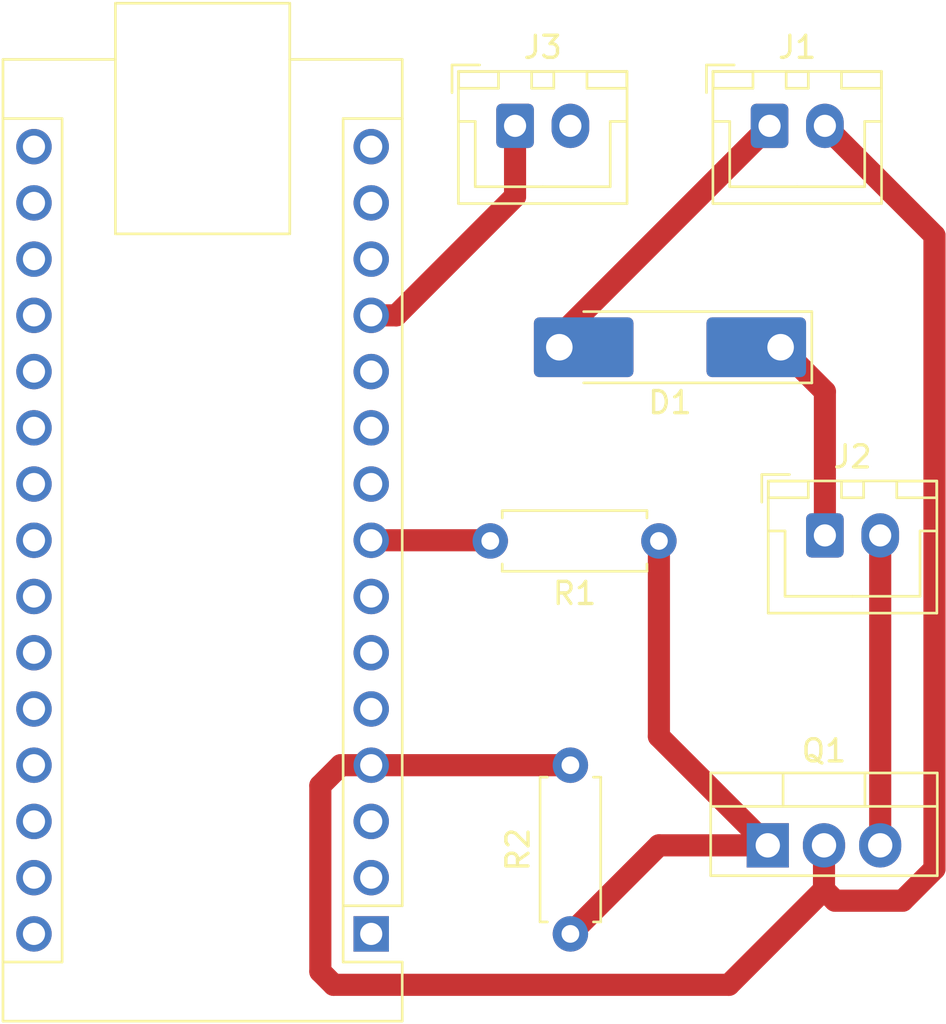
<source format=kicad_pcb>
(kicad_pcb (version 20240108) (generator "pcbnew") (generator_version "8.0")
  (layers (0 "F.Cu" signal) (31 "B.Cu" signal) (34 "B.Paste" user) (35 "F.Paste" user) (36 "B.SilkS" user "B.Silkscreen") (37 "F.SilkS" user "F.Silkscreen") (38 "B.Mask" user) (39 "F.Mask" user) (44 "Edge.Cuts" user))
  (net 0 "")
  (net 27 "Net-(A1-D5)")
  (net 28 "Earth")
  (net 29 "Net-(D1-K)")
  (net 30 "Net-(Q1-G)")
  (net 31 "Net-(A1-D9)")
  (net 32 "Net-(D1-A)")
  (net 33 "Net-(J2-Pin_2)")
  (footprint "Connector_JST:JST_XH_B2B-XH-A_1x02_P2.50mm_Vertical" (layer "F.Cu") (at 68 33.5)
    (property "Reference" "J1" (at 1.25 -3.55 360) (layer "F.SilkS"))
    (property "Value" "INPUT 12V")
    (fp_line (start -2.85 -2.75) (end -2.85 -1.5) (stroke (width 0.12)) (layer "F.SilkS"))
    (fp_line (start -2.56 -2.46) (end -2.56 3.51) (stroke (width 0.12)) (layer "F.SilkS"))
    (fp_line (start -2.56 3.51) (end 5.06 3.51) (stroke (width 0.12)) (layer "F.SilkS"))
    (fp_line (start -2.55 -2.45) (end -2.55 -1.7) (stroke (width 0.12)) (layer "F.SilkS"))
    (fp_line (start -2.55 -1.7) (end -0.75 -1.7) (stroke (width 0.12)) (layer "F.SilkS"))
    (fp_line (start -2.55 -0.2) (end -1.8 -0.2) (stroke (width 0.12)) (layer "F.SilkS"))
    (fp_line (start -1.8 -0.2) (end -1.8 2.75) (stroke (width 0.12)) (layer "F.SilkS"))
    (fp_line (start -1.8 2.75) (end 1.25 2.75) (stroke (width 0.12)) (layer "F.SilkS"))
    (fp_line (start -1.6 -2.75) (end -2.85 -2.75) (stroke (width 0.12)) (layer "F.SilkS"))
    (fp_line (start -0.75 -2.45) (end -2.55 -2.45) (stroke (width 0.12)) (layer "F.SilkS"))
    (fp_line (start -0.75 -1.7) (end -0.75 -2.45) (stroke (width 0.12)) (layer "F.SilkS"))
    (fp_line (start 0.75 -2.45) (end 0.75 -1.7) (stroke (width 0.12)) (layer "F.SilkS"))
    (fp_line (start 0.75 -1.7) (end 1.75 -1.7) (stroke (width 0.12)) (layer "F.SilkS"))
    (fp_line (start 1.75 -2.45) (end 0.75 -2.45) (stroke (width 0.12)) (layer "F.SilkS"))
    (fp_line (start 1.75 -1.7) (end 1.75 -2.45) (stroke (width 0.12)) (layer "F.SilkS"))
    (fp_line (start 3.25 -2.45) (end 3.25 -1.7) (stroke (width 0.12)) (layer "F.SilkS"))
    (fp_line (start 3.25 -1.7) (end 5.05 -1.7) (stroke (width 0.12)) (layer "F.SilkS"))
    (fp_line (start 4.3 -0.2) (end 4.3 2.75) (stroke (width 0.12)) (layer "F.SilkS"))
    (fp_line (start 4.3 2.75) (end 1.25 2.75) (stroke (width 0.12)) (layer "F.SilkS"))
    (fp_line (start 5.05 -2.45) (end 3.25 -2.45) (stroke (width 0.12)) (layer "F.SilkS"))
    (fp_line (start 5.05 -1.7) (end 5.05 -2.45) (stroke (width 0.12)) (layer "F.SilkS"))
    (fp_line (start 5.05 -0.2) (end 4.3 -0.2) (stroke (width 0.12)) (layer "F.SilkS"))
    (fp_line (start 5.06 -2.46) (end -2.56 -2.46) (stroke (width 0.12)) (layer "F.SilkS"))
    (fp_line (start 5.06 3.51) (end 5.06 -2.46) (stroke (width 0.12)) (layer "F.SilkS"))
    (pad "1" thru_hole roundrect (at 0 0) (size 1.7 2) (drill 1) (layers "*.Cu" "*.Mask") (roundrect_rratio 0.147059) (net 32 "Net-(D1-A)"))
    (pad "2" thru_hole oval (at 2.5 0) (size 1.7 2) (drill 1) (layers "*.Cu" "*.Mask") (net 28 "Earth"))
  )
  (footprint "Diode_SMD:D_MELF-RM10_Universal_Handsoldering" (layer "F.Cu") (at 63.5 43.5 180)
    (property "Reference" "D1" (at 0 -2.5 0) (layer "F.SilkS"))
    (property "Value" "D_Schottky")
    (fp_line (start 3.9 -1.61) (end -6.41 -1.61) (stroke (width 0.12)) (layer "F.SilkS"))
    (fp_line (start -6.41 1.61) (end 3.9 1.61) (stroke (width 0.12)) (layer "F.SilkS"))
    (fp_line (start -6.41 -1.61) (end -6.41 1.61) (stroke (width 0.12)) (layer "F.SilkS"))
    (pad "1" thru_hole roundrect (at -5 0 180) (size 4.5 2.7) (drill 1.19888 (offset 1.1 0)) (layers "*.Cu" "*.Mask") (roundrect_rratio 0.0925925926) (net 29 "Net-(D1-K)"))
    (pad "2" thru_hole roundrect (at 5 0) (size 4.5 2.7) (drill 1.19888 (offset 1.1 0)) (layers "*.Cu" "*.Mask") (roundrect_rratio 0.0925925926) (net 32 "Net-(D1-A)"))
  )
  (footprint "Module:Arduino_Nano" (layer "F.Cu") (at 50 70 180)
    (property "Reference" "A1" (hide yes))
    (property "Value" "Arduino_Nano_Every")
    (fp_line (start 16.64 39.5) (end 16.64 -3.94) (stroke (width 0.12)) (layer "F.SilkS"))
    (fp_line (start 16.64 39.5) (end 11.56 39.5) (stroke (width 0.12)) (layer "F.SilkS"))
    (fp_line (start 16.64 -3.94) (end -1.4 -3.94) (stroke (width 0.12)) (layer "F.SilkS"))
    (fp_line (start 13.97 36.83) (end 16.64 36.83) (stroke (width 0.12)) (layer "F.SilkS"))
    (fp_line (start 13.97 -1.27) (end 16.64 -1.27) (stroke (width 0.12)) (layer "F.SilkS"))
    (fp_line (start 13.97 -1.27) (end 13.97 36.83) (stroke (width 0.12)) (layer "F.SilkS"))
    (fp_line (start 11.56 42.04) (end 3.68 42.04) (stroke (width 0.12)) (layer "F.SilkS"))
    (fp_line (start 11.56 31.62) (end 11.56 42.04) (stroke (width 0.12)) (layer "F.SilkS"))
    (fp_line (start 3.68 42.04) (end 3.68 31.62) (stroke (width 0.12)) (layer "F.SilkS"))
    (fp_line (start 3.68 31.62) (end 11.56 31.62) (stroke (width 0.12)) (layer "F.SilkS"))
    (fp_line (start 1.27 36.83) (end -1.4 36.83) (stroke (width 0.12)) (layer "F.SilkS"))
    (fp_line (start 1.27 1.27) (end 1.27 36.83) (stroke (width 0.12)) (layer "F.SilkS"))
    (fp_line (start 1.27 1.27) (end 1.27 -1.27) (stroke (width 0.12)) (layer "F.SilkS"))
    (fp_line (start 1.27 1.27) (end -1.4 1.27) (stroke (width 0.12)) (layer "F.SilkS"))
    (fp_line (start 1.27 -1.27) (end -1.4 -1.27) (stroke (width 0.12)) (layer "F.SilkS"))
    (fp_line (start -1.4 39.5) (end 3.68 39.5) (stroke (width 0.12)) (layer "F.SilkS"))
    (fp_line (start -1.4 1.27) (end -1.4 39.5) (stroke (width 0.12)) (layer "F.SilkS"))
    (fp_line (start -1.4 -3.94) (end -1.4 -1.27) (stroke (width 0.12)) (layer "F.SilkS"))
    (pad "1" thru_hole rect (at 0 0 180) (size 1.6 1.6) (drill 1) (layers "*.Cu" "*.Mask"))
    (pad "2" thru_hole oval (at 0 2.54 180) (size 1.6 1.6) (drill 1) (layers "*.Cu" "*.Mask"))
    (pad "3" thru_hole oval (at 0 5.08 180) (size 1.6 1.6) (drill 1) (layers "*.Cu" "*.Mask"))
    (pad "4" thru_hole oval (at 0 7.62 180) (size 1.6 1.6) (drill 1) (layers "*.Cu" "*.Mask") (net 28 "Earth"))
    (pad "5" thru_hole oval (at 0 10.16 180) (size 1.6 1.6) (drill 1) (layers "*.Cu" "*.Mask"))
    (pad "6" thru_hole oval (at 0 12.7 180) (size 1.6 1.6) (drill 1) (layers "*.Cu" "*.Mask"))
    (pad "7" thru_hole oval (at 0 15.24 180) (size 1.6 1.6) (drill 1) (layers "*.Cu" "*.Mask"))
    (pad "8" thru_hole oval (at 0 17.78 180) (size 1.6 1.6) (drill 1) (layers "*.Cu" "*.Mask") (net 27 "Net-(A1-D5)"))
    (pad "9" thru_hole oval (at 0 20.32 180) (size 1.6 1.6) (drill 1) (layers "*.Cu" "*.Mask"))
    (pad "10" thru_hole oval (at 0 22.86 180) (size 1.6 1.6) (drill 1) (layers "*.Cu" "*.Mask"))
    (pad "11" thru_hole oval (at 0 25.4 180) (size 1.6 1.6) (drill 1) (layers "*.Cu" "*.Mask"))
    (pad "12" thru_hole oval (at 0 27.94 180) (size 1.6 1.6) (drill 1) (layers "*.Cu" "*.Mask") (net 31 "Net-(A1-D9)"))
    (pad "13" thru_hole oval (at 0 30.48 180) (size 1.6 1.6) (drill 1) (layers "*.Cu" "*.Mask"))
    (pad "14" thru_hole oval (at 0 33.02 180) (size 1.6 1.6) (drill 1) (layers "*.Cu" "*.Mask"))
    (pad "15" thru_hole oval (at 0 35.56 180) (size 1.6 1.6) (drill 1) (layers "*.Cu" "*.Mask"))
    (pad "16" thru_hole oval (at 15.24 35.56 180) (size 1.6 1.6) (drill 1) (layers "*.Cu" "*.Mask"))
    (pad "17" thru_hole oval (at 15.24 33.02 180) (size 1.6 1.6) (drill 1) (layers "*.Cu" "*.Mask"))
    (pad "18" thru_hole oval (at 15.24 30.48 180) (size 1.6 1.6) (drill 1) (layers "*.Cu" "*.Mask"))
    (pad "19" thru_hole oval (at 15.24 27.94 180) (size 1.6 1.6) (drill 1) (layers "*.Cu" "*.Mask"))
    (pad "20" thru_hole oval (at 15.24 25.4 180) (size 1.6 1.6) (drill 1) (layers "*.Cu" "*.Mask"))
    (pad "21" thru_hole oval (at 15.24 22.86 180) (size 1.6 1.6) (drill 1) (layers "*.Cu" "*.Mask"))
    (pad "22" thru_hole oval (at 15.24 20.32 180) (size 1.6 1.6) (drill 1) (layers "*.Cu" "*.Mask"))
    (pad "23" thru_hole oval (at 15.24 17.78 180) (size 1.6 1.6) (drill 1) (layers "*.Cu" "*.Mask"))
    (pad "24" thru_hole oval (at 15.24 15.24 180) (size 1.6 1.6) (drill 1) (layers "*.Cu" "*.Mask"))
    (pad "25" thru_hole oval (at 15.24 12.7 180) (size 1.6 1.6) (drill 1) (layers "*.Cu" "*.Mask"))
    (pad "26" thru_hole oval (at 15.24 10.16 180) (size 1.6 1.6) (drill 1) (layers "*.Cu" "*.Mask"))
    (pad "27" thru_hole oval (at 15.24 7.62 180) (size 1.6 1.6) (drill 1) (layers "*.Cu" "*.Mask"))
    (pad "28" thru_hole oval (at 15.24 5.08 180) (size 1.6 1.6) (drill 1) (layers "*.Cu" "*.Mask"))
    (pad "29" thru_hole oval (at 15.24 2.54 180) (size 1.6 1.6) (drill 1) (layers "*.Cu" "*.Mask") (net 28 "Earth"))
    (pad "30" thru_hole oval (at 15.24 0 180) (size 1.6 1.6) (drill 1) (layers "*.Cu" "*.Mask"))
  )
  (footprint "Connector_JST:JST_XH_B2B-XH-A_1x02_P2.50mm_Vertical" (layer "F.Cu") (at 70.5 52)
    (property "Reference" "J2" (at 1.25 -3.55 0) (layer "F.SilkS"))
    (property "Value" "LED")
    (fp_line (start -2.85 -2.75) (end -2.85 -1.5) (stroke (width 0.12)) (layer "F.SilkS"))
    (fp_line (start -2.56 -2.46) (end -2.56 3.51) (stroke (width 0.12)) (layer "F.SilkS"))
    (fp_line (start -2.56 3.51) (end 5.06 3.51) (stroke (width 0.12)) (layer "F.SilkS"))
    (fp_line (start -2.55 -2.45) (end -2.55 -1.7) (stroke (width 0.12)) (layer "F.SilkS"))
    (fp_line (start -2.55 -1.7) (end -0.75 -1.7) (stroke (width 0.12)) (layer "F.SilkS"))
    (fp_line (start -2.55 -0.2) (end -1.8 -0.2) (stroke (width 0.12)) (layer "F.SilkS"))
    (fp_line (start -1.8 -0.2) (end -1.8 2.75) (stroke (width 0.12)) (layer "F.SilkS"))
    (fp_line (start -1.8 2.75) (end 1.25 2.75) (stroke (width 0.12)) (layer "F.SilkS"))
    (fp_line (start -1.6 -2.75) (end -2.85 -2.75) (stroke (width 0.12)) (layer "F.SilkS"))
    (fp_line (start -0.75 -2.45) (end -2.55 -2.45) (stroke (width 0.12)) (layer "F.SilkS"))
    (fp_line (start -0.75 -1.7) (end -0.75 -2.45) (stroke (width 0.12)) (layer "F.SilkS"))
    (fp_line (start 0.75 -2.45) (end 0.75 -1.7) (stroke (width 0.12)) (layer "F.SilkS"))
    (fp_line (start 0.75 -1.7) (end 1.75 -1.7) (stroke (width 0.12)) (layer "F.SilkS"))
    (fp_line (start 1.75 -2.45) (end 0.75 -2.45) (stroke (width 0.12)) (layer "F.SilkS"))
    (fp_line (start 1.75 -1.7) (end 1.75 -2.45) (stroke (width 0.12)) (layer "F.SilkS"))
    (fp_line (start 3.25 -2.45) (end 3.25 -1.7) (stroke (width 0.12)) (layer "F.SilkS"))
    (fp_line (start 3.25 -1.7) (end 5.05 -1.7) (stroke (width 0.12)) (layer "F.SilkS"))
    (fp_line (start 4.3 -0.2) (end 4.3 2.75) (stroke (width 0.12)) (layer "F.SilkS"))
    (fp_line (start 4.3 2.75) (end 1.25 2.75) (stroke (width 0.12)) (layer "F.SilkS"))
    (fp_line (start 5.05 -2.45) (end 3.25 -2.45) (stroke (width 0.12)) (layer "F.SilkS"))
    (fp_line (start 5.05 -1.7) (end 5.05 -2.45) (stroke (width 0.12)) (layer "F.SilkS"))
    (fp_line (start 5.05 -0.2) (end 4.3 -0.2) (stroke (width 0.12)) (layer "F.SilkS"))
    (fp_line (start 5.06 -2.46) (end -2.56 -2.46) (stroke (width 0.12)) (layer "F.SilkS"))
    (fp_line (start 5.06 3.51) (end 5.06 -2.46) (stroke (width 0.12)) (layer "F.SilkS"))
    (pad "1" thru_hole roundrect (at 0 0) (size 1.7 2) (drill 1) (layers "*.Cu" "*.Mask") (roundrect_rratio 0.147059) (net 29 "Net-(D1-K)"))
    (pad "2" thru_hole oval (at 2.5 0) (size 1.7 2) (drill 1) (layers "*.Cu" "*.Mask") (net 33 "Net-(J2-Pin_2)"))
  )
  (footprint "Connector_JST:JST_XH_B2B-XH-A_1x02_P2.50mm_Vertical" (layer "F.Cu") (at 56.5 33.5)
    (property "Reference" "J3" (at 1.25 -3.55 0) (layer "F.SilkS"))
    (property "Value" "SERVO")
    (fp_line (start -2.85 -2.75) (end -2.85 -1.5) (stroke (width 0.12)) (layer "F.SilkS"))
    (fp_line (start -2.56 -2.46) (end -2.56 3.51) (stroke (width 0.12)) (layer "F.SilkS"))
    (fp_line (start -2.56 3.51) (end 5.06 3.51) (stroke (width 0.12)) (layer "F.SilkS"))
    (fp_line (start -2.55 -2.45) (end -2.55 -1.7) (stroke (width 0.12)) (layer "F.SilkS"))
    (fp_line (start -2.55 -1.7) (end -0.75 -1.7) (stroke (width 0.12)) (layer "F.SilkS"))
    (fp_line (start -2.55 -0.2) (end -1.8 -0.2) (stroke (width 0.12)) (layer "F.SilkS"))
    (fp_line (start -1.8 -0.2) (end -1.8 2.75) (stroke (width 0.12)) (layer "F.SilkS"))
    (fp_line (start -1.8 2.75) (end 1.25 2.75) (stroke (width 0.12)) (layer "F.SilkS"))
    (fp_line (start -1.6 -2.75) (end -2.85 -2.75) (stroke (width 0.12)) (layer "F.SilkS"))
    (fp_line (start -0.75 -2.45) (end -2.55 -2.45) (stroke (width 0.12)) (layer "F.SilkS"))
    (fp_line (start -0.75 -1.7) (end -0.75 -2.45) (stroke (width 0.12)) (layer "F.SilkS"))
    (fp_line (start 0.75 -2.45) (end 0.75 -1.7) (stroke (width 0.12)) (layer "F.SilkS"))
    (fp_line (start 0.75 -1.7) (end 1.75 -1.7) (stroke (width 0.12)) (layer "F.SilkS"))
    (fp_line (start 1.75 -2.45) (end 0.75 -2.45) (stroke (width 0.12)) (layer "F.SilkS"))
    (fp_line (start 1.75 -1.7) (end 1.75 -2.45) (stroke (width 0.12)) (layer "F.SilkS"))
    (fp_line (start 3.25 -2.45) (end 3.25 -1.7) (stroke (width 0.12)) (layer "F.SilkS"))
    (fp_line (start 3.25 -1.7) (end 5.05 -1.7) (stroke (width 0.12)) (layer "F.SilkS"))
    (fp_line (start 4.3 -0.2) (end 4.3 2.75) (stroke (width 0.12)) (layer "F.SilkS"))
    (fp_line (start 4.3 2.75) (end 1.25 2.75) (stroke (width 0.12)) (layer "F.SilkS"))
    (fp_line (start 5.05 -2.45) (end 3.25 -2.45) (stroke (width 0.12)) (layer "F.SilkS"))
    (fp_line (start 5.05 -1.7) (end 5.05 -2.45) (stroke (width 0.12)) (layer "F.SilkS"))
    (fp_line (start 5.05 -0.2) (end 4.3 -0.2) (stroke (width 0.12)) (layer "F.SilkS"))
    (fp_line (start 5.06 -2.46) (end -2.56 -2.46) (stroke (width 0.12)) (layer "F.SilkS"))
    (fp_line (start 5.06 3.51) (end 5.06 -2.46) (stroke (width 0.12)) (layer "F.SilkS"))
    (pad "1" thru_hole roundrect (at 0 0) (size 1.7 2) (drill 1) (layers "*.Cu" "*.Mask") (roundrect_rratio 0.147059) (net 31 "Net-(A1-D9)"))
    (pad "2" thru_hole oval (at 2.5 0) (size 1.7 2) (drill 1) (layers "*.Cu" "*.Mask"))
  )
  (footprint "Resistor_THT:R_Axial_DIN0207_L6.3mm_D2.5mm_P7.62mm_Horizontal" (layer "F.Cu") (at 59 70 90)
    (property "Reference" "R2" (at 3.81 -2.37 90) (layer "F.SilkS"))
    (property "Value" "10k")
    (fp_line (start 7.08 -1.37) (end 7.08 -1.04) (stroke (width 0.12)) (layer "F.SilkS"))
    (fp_line (start 0.54 -1.37) (end 7.08 -1.37) (stroke (width 0.12)) (layer "F.SilkS"))
    (fp_line (start 0.54 -1.04) (end 0.54 -1.37) (stroke (width 0.12)) (layer "F.SilkS"))
    (fp_line (start 0.54 1.04) (end 0.54 1.37) (stroke (width 0.12)) (layer "F.SilkS"))
    (fp_line (start 7.08 1.37) (end 7.08 1.04) (stroke (width 0.12)) (layer "F.SilkS"))
    (fp_line (start 0.54 1.37) (end 7.08 1.37) (stroke (width 0.12)) (layer "F.SilkS"))
    (pad "1" thru_hole circle (at 0 0 90) (size 1.6 1.6) (drill 0.8) (layers "*.Cu" "*.Mask") (net 30 "Net-(Q1-G)"))
    (pad "2" thru_hole oval (at 7.62 0 90) (size 1.6 1.6) (drill 0.8) (layers "*.Cu" "*.Mask") (net 28 "Earth"))
  )
  (footprint "Package_TO_SOT_THT:TO-220-3_Vertical" (layer "F.Cu") (at 67.92 66)
    (property "Reference" "Q1" (at 2.54 -4.27 0) (layer "F.SilkS"))
    (property "Value" "IRLZ44N")
    (fp_line (start -2.58 -3.27) (end -2.58 1.371) (stroke (width 0.12)) (layer "F.SilkS"))
    (fp_line (start -2.58 -3.27) (end 7.66 -3.27) (stroke (width 0.12)) (layer "F.SilkS"))
    (fp_line (start -2.58 -1.76) (end 7.66 -1.76) (stroke (width 0.12)) (layer "F.SilkS"))
    (fp_line (start -2.58 1.371) (end 7.66 1.371) (stroke (width 0.12)) (layer "F.SilkS"))
    (fp_line (start 0.69 -3.27) (end 0.69 -1.76) (stroke (width 0.12)) (layer "F.SilkS"))
    (fp_line (start 4.391 -3.27) (end 4.391 -1.76) (stroke (width 0.12)) (layer "F.SilkS"))
    (fp_line (start 7.66 -3.27) (end 7.66 1.371) (stroke (width 0.12)) (layer "F.SilkS"))
    (pad "1" thru_hole rect (at 0 0) (size 1.905 2) (drill 1.1) (layers "*.Cu" "*.Mask") (net 30 "Net-(Q1-G)"))
    (pad "2" thru_hole oval (at 2.54 0) (size 1.905 2) (drill 1.1) (layers "*.Cu" "*.Mask") (net 28 "Earth"))
    (pad "3" thru_hole oval (at 5.08 0) (size 1.905 2) (drill 1.1) (layers "*.Cu" "*.Mask") (net 33 "Net-(J2-Pin_2)"))
  )
  (footprint "Resistor_THT:R_Axial_DIN0207_L6.3mm_D2.5mm_P7.62mm_Horizontal" (layer "F.Cu") (at 63 52.25 180)
    (property "Reference" "R1" (at 3.81 -2.37 360) (layer "F.SilkS"))
    (property "Value" "180R")
    (fp_line (start 7.08 1.37) (end 7.08 1.04) (stroke (width 0.12)) (layer "F.SilkS"))
    (fp_line (start 7.08 -1.37) (end 7.08 -1.04) (stroke (width 0.12)) (layer "F.SilkS"))
    (fp_line (start 0.54 1.37) (end 7.08 1.37) (stroke (width 0.12)) (layer "F.SilkS"))
    (fp_line (start 0.54 1.04) (end 0.54 1.37) (stroke (width 0.12)) (layer "F.SilkS"))
    (fp_line (start 0.54 -1.04) (end 0.54 -1.37) (stroke (width 0.12)) (layer "F.SilkS"))
    (fp_line (start 0.54 -1.37) (end 7.08 -1.37) (stroke (width 0.12)) (layer "F.SilkS"))
    (pad "1" thru_hole circle (at 0 0 180) (size 1.6 1.6) (drill 0.8) (layers "*.Cu" "*.Mask") (net 30 "Net-(Q1-G)"))
    (pad "2" thru_hole oval (at 7.62 0 180) (size 1.6 1.6) (drill 0.8) (layers "*.Cu" "*.Mask") (net 27 "Net-(A1-D5)"))
  )
  (segment (start 55.35 52.22) (end 55.38 52.25) (width 1) (layer "F.Cu") (net 27))
  (segment (start 50 52.22) (end 55.35 52.22) (width 1) (layer "F.Cu") (net 27))
  (segment (start 70.5 33.5) (end 75.4525 38.4525) (width 1) (layer "F.Cu") (net 28))
  (segment (start 70.46 68) (end 66.16 72.3) (width 1) (layer "F.Cu") (net 28))
  (segment (start 75.4525 67.063359) (end 74.015859 68.5) (width 1) (layer "F.Cu") (net 28))
  (segment (start 47.7 71.7) (end 47.7 63.3) (width 1) (layer "F.Cu") (net 28))
  (segment (start 50 62.38) (end 59 62.38) (width 1) (layer "F.Cu") (net 28))
  (segment (start 48.62 62.38) (end 50 62.38) (width 1) (layer "F.Cu") (net 28))
  (segment (start 75.4525 38.4525) (end 75.4525 67.063359) (width 1) (layer "F.Cu") (net 28))
  (segment (start 48.3 72.3) (end 47.7 71.7) (width 1) (layer "F.Cu") (net 28))
  (segment (start 47.7 63.3) (end 48.62 62.38) (width 1) (layer "F.Cu") (net 28))
  (segment (start 70.96 68.5) (end 70.46 68) (width 1) (layer "F.Cu") (net 28))
  (segment (start 66.16 72.3) (end 48.3 72.3) (width 1) (layer "F.Cu") (net 28))
  (segment (start 70.46 68) (end 70.46 66) (width 1) (layer "F.Cu") (net 28))
  (segment (start 74.015859 68.5) (end 70.96 68.5) (width 1) (layer "F.Cu") (net 28))
  (segment (start 70.5 45.5) (end 68.5 43.5) (width 1) (layer "F.Cu") (net 29))
  (segment (start 70.5 52) (end 70.5 45.5) (width 1) (layer "F.Cu") (net 29))
  (segment (start 63 52.25) (end 63 61.08) (width 1) (layer "F.Cu") (net 30))
  (segment (start 63 66) (end 59 70) (width 1) (layer "F.Cu") (net 30))
  (segment (start 67.92 66) (end 63 66) (width 1) (layer "F.Cu") (net 30))
  (segment (start 63 61.08) (end 67.92 66) (width 1) (layer "F.Cu") (net 30))
  (segment (start 56.5 33.5) (end 56.5 36.69137) (width 1) (layer "F.Cu") (net 31))
  (segment (start 51.13137 42.06) (end 50 42.06) (width 1) (layer "F.Cu") (net 31))
  (segment (start 56.5 36.69137) (end 51.13137 42.06) (width 1) (layer "F.Cu") (net 31))
  (segment (start 58.5 43) (end 68 33.5) (width 1) (layer "F.Cu") (net 32))
  (segment (start 58.5 43.5) (end 58.5 43) (width 1) (layer "F.Cu") (net 32))
  (segment (start 73 66) (end 73 52) (width 1) (layer "F.Cu") (net 33))
)
</source>
